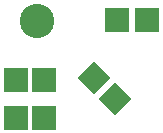
<source format=gbr>
G04 #@! TF.GenerationSoftware,KiCad,Pcbnew,no-vcs-found-5013ea2~58~ubuntu16.04.1*
G04 #@! TF.CreationDate,2017-05-24T10:35:15-06:00*
G04 #@! TF.ProjectId,HiBeam_4-pack_v02,48694265616D5F342D7061636B5F7630,rev?*
G04 #@! TF.FileFunction,Soldermask,Bot*
G04 #@! TF.FilePolarity,Negative*
%FSLAX46Y46*%
G04 Gerber Fmt 4.6, Leading zero omitted, Abs format (unit mm)*
G04 Created by KiCad (PCBNEW no-vcs-found-5013ea2~58~ubuntu16.04.1) date Wed May 24 10:35:15 2017*
%MOMM*%
%LPD*%
G01*
G04 APERTURE LIST*
%ADD10C,0.100000*%
%ADD11R,2.000000X2.000000*%
%ADD12C,2.000000*%
%ADD13C,2.921000*%
G04 APERTURE END LIST*
D10*
D11*
X146558000Y-106680000D03*
X155244800Y-98399600D03*
X152730200Y-98399600D03*
D12*
X150749000Y-103251000D03*
D10*
G36*
X150749000Y-104665214D02*
X149334786Y-103251000D01*
X150749000Y-101836786D01*
X152163214Y-103251000D01*
X150749000Y-104665214D01*
X150749000Y-104665214D01*
G37*
D12*
X152527000Y-105029000D03*
D10*
G36*
X152527000Y-106443214D02*
X151112786Y-105029000D01*
X152527000Y-103614786D01*
X153941214Y-105029000D01*
X152527000Y-106443214D01*
X152527000Y-106443214D01*
G37*
D11*
X146532600Y-103454200D03*
D13*
X145923000Y-98425000D03*
D11*
X144145000Y-106680000D03*
X144119600Y-103454200D03*
M02*

</source>
